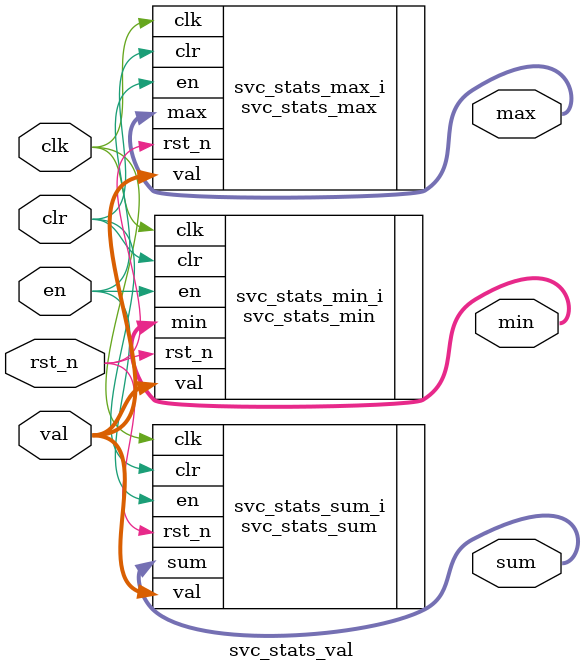
<source format=sv>
`ifndef SVC_STATS_VAL_SV
`define SVC_STATS_VAL_SV

`include "svc.sv"
`include "svc_stats_max.sv"
`include "svc_stats_min.sv"
`include "svc_stats_sum.sv"

module svc_stats_val #(
    parameter int WIDTH      = 32,
    parameter int STAT_WIDTH = 32,
    parameter int STAGES     = 4
) (
    input  logic                  clk,
    input  logic                  rst_n,
    input  logic                  clr,
    input  logic                  en,
    input  logic [     WIDTH-1:0] val,
    output logic [     WIDTH-1:0] min,
    output logic [     WIDTH-1:0] max,
    output logic [STAT_WIDTH-1:0] sum
);
  svc_stats_min #(
      .WIDTH (WIDTH),
      .STAGES(STAGES)
  ) svc_stats_min_i (
      .clk  (clk),
      .rst_n(rst_n),
      .clr  (clr),
      .en   (en),
      .val  (val),
      .min  (min)
  );

  svc_stats_max #(
      .WIDTH (WIDTH),
      .STAGES(STAGES)
  ) svc_stats_max_i (
      .clk  (clk),
      .rst_n(rst_n),
      .clr  (clr),
      .en   (en),
      .val  (val),
      .max  (max)
  );

  svc_stats_sum #(
      .WIDTH (WIDTH),
      .STAGES(STAGES)
  ) svc_stats_sum_i (
      .clk  (clk),
      .rst_n(rst_n),
      .clr  (clr),
      .en   (en),
      .val  (val),
      .sum  (sum)
  );

endmodule
`endif

</source>
